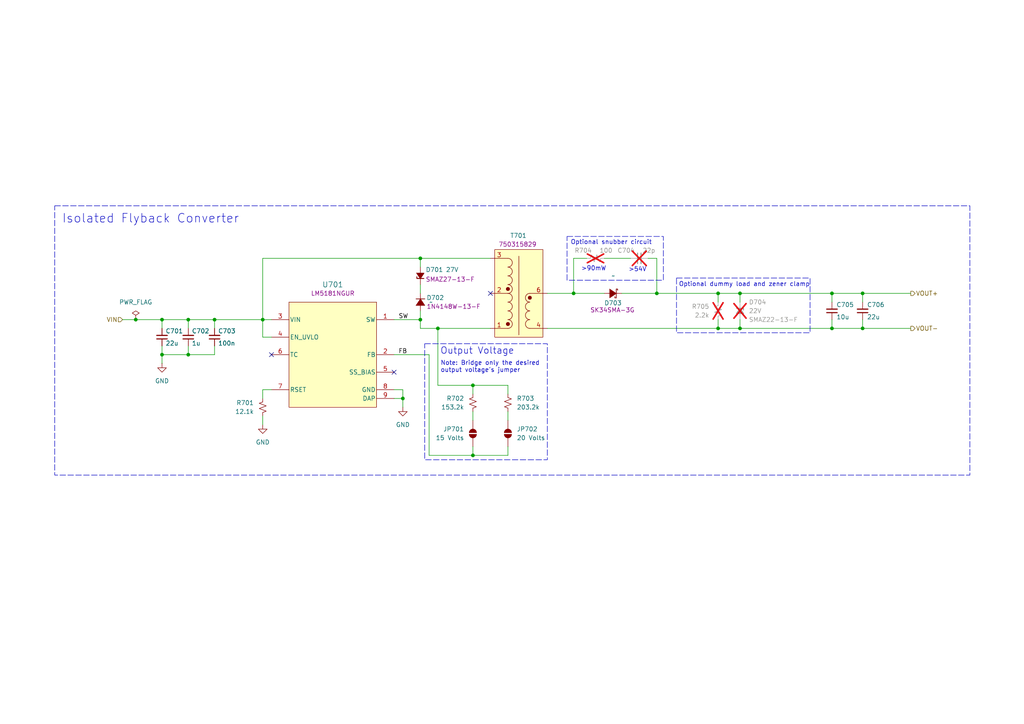
<source format=kicad_sch>
(kicad_sch (version 20231120) (generator "eeschema") (generator_version "8.0")
  (paper "A4")
  (title_block (title "Power Supply") (date "2024-10-27") (rev "0.1.0") (company "University of Wisconsin-Platteville") (comment 1 "Nicholas Loehrke"))
  (lib_symbols
    (symbol "1N4148W-13-F:1N4148W-13-F" (pin_numbers hide) (pin_names hide)
      (property "Reference" "D" (at 2.54 4.826 0))
      (property "MPN" "1N4148W-13-F" (at 2.794 2.794 0))
      (symbol "1N4148W-13-F_0_1"
        (polyline (pts (xy 1.27 0) (xy 3.81 0)))
        (polyline (pts (xy 3.4817 -1.2956) (xy 3.4817 1.2444)) (stroke (width 0.2032)))
        (polyline (pts (xy 1.5767 1.2444) (xy 1.5767 -1.2956) (xy 3.4817 -0.0256) (xy 1.5767 1.2444)) (fill (type outline)))
      )
      (symbol "1N4148W-13-F_1_1"
        (pin passive line (at 5.08 0 180) (length 1.27) (name "") (number "1"))
        (pin passive line (at 0 0 0) (length 1.27) (name "") (number "2"))
      )
    )
    (symbol "750315829:750315829"
      (property "Reference" "T" (at 7.112 5.842 0))
      (property "MPN" "750315829" (at 7.112 3.81 0))
      (symbol "750315829_0_1"
        (polyline (pts (xy 6.985 1.905) (xy 6.985 -20.955)))
        (rectangle (start 0 2.54) (end 13.97 -22.86) (fill (type background)))
        (arc (start 3.81 -20.32) (mid 5.08 -19.05) (end 3.81 -17.78))
        (arc (start 3.81 -17.78) (mid 5.08 -16.51) (end 3.81 -15.24))
        (arc (start 3.81 -15.24) (mid 5.08 -13.97) (end 3.81 -12.7))
        (arc (start 3.81 -12.7) (mid 5.08 -11.43) (end 3.81 -10.16))
        (arc (start 3.81 -10.16) (mid 5.08 -8.89) (end 3.81 -7.62))
        (arc (start 3.81 -7.62) (mid 5.08 -6.35) (end 3.81 -5.08))
        (arc (start 3.81 -5.08) (mid 5.08 -3.81) (end 3.81 -2.54))
        (arc (start 3.81 -2.54) (mid 5.08 -1.27) (end 3.81 0))
        (arc (start 10.16 -7.62) (mid 8.89 -8.89) (end 10.16 -10.16))
        (arc (start 10.16 -5.08) (mid 8.89 -6.35) (end 10.16 -7.62))
        (arc (start 10.16 -2.54) (mid 8.89 -3.81) (end 10.16 -5.08))
        (arc (start 10.16 0) (mid 8.89 -1.27) (end 10.16 -2.54))
      )
      (symbol "750315829_1_1"
        (circle (center 3.81 -11.43) (radius 0.4893) (fill (type outline)))
        (circle (center 3.81 -1.27) (radius 0.4893) (fill (type outline)))
        (circle (center 10.16 -8.89) (radius 0.4893) (fill (type outline)))
        (pin passive line (at -1.27 0 0) (length 5.08) (name "") (number "1"))
        (pin passive line (at -1.27 -10.16 0) (length 5.08) (name "") (number "2"))
        (pin passive line (at -1.27 -20.32 0) (length 5.08) (name "") (number "3"))
        (pin passive line (at 15.24 0 180) (length 5.08) (name "") (number "4"))
        (pin no_connect line (at 12.7 -20.32 180) (length 2.54) hide (name "") (number "5"))
        (pin passive line (at 15.24 -10.16 180) (length 5.08) (name "") (number "6"))
      )
    )
    (symbol "Device:C_Small" (pin_numbers hide) (pin_names (offset 0.254) hide)
      (property "Reference" "C" (at 0.254 1.778 0))
      (property "Value" "C_Small" (at 0.254 -2.032 0))
      (symbol "C_Small_0_1"
        (polyline (pts (xy -1.524 -0.508) (xy 1.524 -0.508)) (stroke (width 0.3302)))
        (polyline (pts (xy -1.524 0.508) (xy 1.524 0.508)) (stroke (width 0.3048)))
      )
      (symbol "C_Small_1_1"
        (pin passive line (at 0 2.54 270) (length 2.032) (name "~") (number "1"))
        (pin passive line (at 0 -2.54 90) (length 2.032) (name "~") (number "2"))
      )
    )
    (symbol "Device:R_Small_US" (pin_numbers hide) (pin_names (offset 0.254) hide)
      (property "Reference" "R" (at 0.762 0.508 0))
      (property "Value" "R_Small_US" (at 0.762 -1.016 0))
      (symbol "R_Small_US_1_1"
        (polyline (pts (xy 0 0) (xy 1.016 -0.381) (xy 0 -0.762) (xy -1.016 -1.143) (xy 0 -1.524)))
        (polyline (pts (xy 0 1.524) (xy 1.016 1.143) (xy 0 0.762) (xy -1.016 0.381) (xy 0 0)))
        (pin passive line (at 0 2.54 270) (length 1.016) (name "~") (number "1"))
        (pin passive line (at 0 -2.54 90) (length 1.016) (name "~") (number "2"))
      )
    )
    (symbol "Jumper:SolderJumper_2_Open" (pin_numbers hide) (pin_names (offset 0) hide) (exclude_from_sim yes) (in_bom no)
      (property "Reference" "JP" (at 0 2.032 0))
      (property "Value" "SolderJumper_2_Open" (at 0 -2.54 0))
      (symbol "SolderJumper_2_Open_0_1"
        (arc (start -0.254 1.016) (mid -1.2656 0) (end -0.254 -1.016))
        (arc (start -0.254 1.016) (mid -1.2656 0) (end -0.254 -1.016) (fill (type outline)))
        (polyline (pts (xy -0.254 1.016) (xy -0.254 -1.016)))
        (polyline (pts (xy 0.254 1.016) (xy 0.254 -1.016)))
        (arc (start 0.254 -1.016) (mid 1.2656 0) (end 0.254 1.016))
        (arc (start 0.254 -1.016) (mid 1.2656 0) (end 0.254 1.016) (fill (type outline)))
      )
      (symbol "SolderJumper_2_Open_1_1"
        (pin passive line (at -3.81 0 0) (length 2.54) (name "A") (number "1"))
        (pin passive line (at 3.81 0 180) (length 2.54) (name "B") (number "2"))
      )
    )
    (symbol "LM5181NGUR:LM5181NGUR" (pin_names (offset 0.254))
      (property "Reference" "U" (at 18.034 8.636 0))
      (property "MPN" "LM5181NGUR" (at 17.78 6.604 0))
      (symbol "LM5181NGUR_0_1"
        (rectangle (start 5.08 5.08) (end 30.48 -25.4) (fill (type background)))
        (pin power_in line (at 0 0 0) (length 5.08) (name "VIN") (number "3"))
        (pin passive line (at 0 -5.08 0) (length 5.08) (name "EN_UVLO") (number "4"))
        (pin passive line (at 35.56 -15.24 180) (length 5.08) (name "SS_BIAS") (number "5"))
        (pin passive line (at 0 -10.16 0) (length 5.08) (name "TC") (number "6"))
        (pin passive line (at 0 -20.32 0) (length 5.08) (name "RSET") (number "7"))
        (pin power_in line (at 35.56 -20.32 180) (length 5.08) (name "GND") (number "8"))
        (pin power_in line (at 35.56 -22.86 180) (length 5.08) (name "DAP") (number "9"))
      )
      (symbol "LM5181NGUR_1_1"
        (pin passive line (at 35.56 0 180) (length 5.08) (name "SW") (number "1"))
        (pin passive line (at 35.56 -10.16 180) (length 5.08) (name "FB") (number "2"))
      )
    )
    (symbol "SK34SMA-3G:SK34SMA-3G" (pin_numbers hide)
      (property "Reference" "D" (at 2.54 4.318 0))
      (property "MPN" "SK34SMA-3G" (at 2.54 2.54 0))
      (symbol "SK34SMA-3G_0_1"
        (polyline (pts (xy 1.27 0) (xy 3.81 0)))
        (polyline (pts (xy 3.4817 -1.2956) (xy 3.4817 1.2444)) (stroke (width 0.2032)))
        (polyline (pts (xy 3.4817 -1.2956) (xy 3.0781 -1.296) (xy 3.0781 -0.9489)) (stroke (width 0.2032)))
        (polyline (pts (xy 3.4817 1.2444) (xy 3.8853 1.2448) (xy 3.8853 0.8977)) (stroke (width 0.2032)))
        (polyline (pts (xy 1.5767 1.2444) (xy 1.5767 -1.2956) (xy 3.4817 -0.0256) (xy 1.5767 1.2444)) (fill (type outline)))
      )
      (symbol "SK34SMA-3G_1_1"
        (pin passive line (at 5.08 0 180) (length 1.27) (name "") (number "1"))
        (pin passive line (at 0 0 0) (length 1.27) (name "") (number "2"))
      )
    )
    (symbol "SMAZ22-13-F:SMAZ22-13-F" (pin_numbers hide) (pin_names hide)
      (property "Reference" "D" (at 0.762 4.572 0))
      (property "Value" "22V" (at 4.826 4.572 0))
      (property "MPN" "SMAZ22-13-F" (at 2.794 2.794 0))
      (symbol "SMAZ22-13-F_0_1"
        (polyline (pts (xy 3.302 0) (xy 1.778 0)))
        (polyline (pts (xy 2.286 1.016) (xy 1.778 1.016) (xy 1.778 -1.016)) (stroke (width 0.254)))
        (polyline (pts (xy 3.302 1.016) (xy 1.778 0) (xy 3.302 -1.016) (xy 3.302 1.016)) (stroke (width 0.254)) (fill (type outline)))
      )
      (symbol "SMAZ22-13-F_1_1"
        (pin passive line (at 0 0 0) (length 1.778) (name "K") (number "1"))
        (pin passive line (at 5.08 0 180) (length 1.778) (name "A") (number "2"))
      )
    )
    (symbol "SMAZ27-13-F:SMAZ27-13-F" (pin_numbers hide) (pin_names hide)
      (property "Reference" "D" (at 0.508 4.826 0))
      (property "Value" "27V" (at 4.826 4.826 0))
      (property "MPN" "SMAZ27-13-F" (at 2.794 2.794 0))
      (symbol "SMAZ27-13-F_0_1"
        (polyline (pts (xy 3.302 0) (xy 1.778 0)))
        (polyline (pts (xy 2.286 1.016) (xy 1.778 1.016) (xy 1.778 -1.016)) (stroke (width 0.254)))
        (polyline (pts (xy 3.302 1.016) (xy 1.778 0) (xy 3.302 -1.016) (xy 3.302 1.016)) (stroke (width 0.254)) (fill (type outline)))
      )
      (symbol "SMAZ27-13-F_1_1"
        (pin passive line (at 0 0 0) (length 1.778) (name "K") (number "1"))
        (pin passive line (at 5.08 0 180) (length 1.778) (name "A") (number "2"))
      )
    )
    (symbol "power:GND" (power) (pin_numbers hide) (pin_names (offset 0) hide)
      (property "Value" "GND" (at 0 -3.81 0))
      (symbol "GND_0_1"
        (polyline (pts (xy 0 0) (xy 0 -1.27) (xy 1.27 -1.27) (xy 0 -2.54) (xy -1.27 -1.27) (xy 0 -1.27)))
      )
      (symbol "GND_1_1"
        (pin power_in line (at 0 0 270) (length 0) (name "~") (number "1"))
      )
    )
    (symbol "power:PWR_FLAG" (power) (pin_numbers hide) (pin_names (offset 0) hide)
      (property "Value" "PWR_FLAG" (at 0 3.81 0))
      (symbol "PWR_FLAG_0_0"
        (pin power_out line (at 0 0 90) (length 0) (name "~") (number "1"))
      )
      (symbol "PWR_FLAG_0_1"
        (polyline (pts (xy 0 0) (xy 0 1.27) (xy -1.016 1.905) (xy 0 2.54) (xy 1.016 1.905) (xy 0 1.27)))
      )
    )
  )
  (junction (at 137.16 132.08))
  (junction (at 54.61 102.87))
  (junction (at 208.28 95.25))
  (junction (at 76.2 92.71))
  (junction (at 250.19 95.25))
  (junction (at 46.99 102.87))
  (junction (at 214.63 95.25))
  (junction (at 214.63 85.09))
  (junction (at 116.84 115.57))
  (junction (at 241.3 95.25))
  (junction (at 62.23 92.71))
  (junction (at 121.92 92.71))
  (junction (at 208.28 85.09))
  (junction (at 121.92 74.93))
  (junction (at 190.5 85.09))
  (junction (at 137.16 111.76))
  (junction (at 46.99 92.71))
  (junction (at 127 95.25))
  (junction (at 241.3 85.09))
  (junction (at 39.37 92.71))
  (junction (at 166.37 85.09))
  (junction (at 54.61 92.71))
  (junction (at 250.19 85.09))
  (no_connect (at 142.24 85.09))
  (no_connect (at 114.3 107.95))
  (no_connect (at 78.74 102.87))
  (wire (pts (xy 78.74 97.79) (xy 76.2 97.79)))
  (wire (pts (xy 147.32 111.76) (xy 147.32 114.3)))
  (wire (pts (xy 76.2 92.71) (xy 78.74 92.71)))
  (wire (pts (xy 250.19 95.25) (xy 250.19 92.71)))
  (wire (pts (xy 137.16 129.54) (xy 137.16 132.08)))
  (wire (pts (xy 62.23 100.33) (xy 62.23 102.87)))
  (wire (pts (xy 121.92 77.47) (xy 121.92 74.93)))
  (wire (pts (xy 35.56 92.71) (xy 39.37 92.71)))
  (wire (pts (xy 121.92 95.25) (xy 121.92 92.71)))
  (wire (pts (xy 214.63 85.09) (xy 241.3 85.09)))
  (wire (pts (xy 137.16 111.76) (xy 137.16 114.3)))
  (wire (pts (xy 46.99 100.33) (xy 46.99 102.87)))
  (wire (pts (xy 114.3 92.71) (xy 121.92 92.71)))
  (wire (pts (xy 190.5 85.09) (xy 190.5 74.93)))
  (wire (pts (xy 114.3 115.57) (xy 116.84 115.57)))
  (wire (pts (xy 208.28 85.09) (xy 208.28 87.63)))
  (wire (pts (xy 46.99 102.87) (xy 54.61 102.87)))
  (wire (pts (xy 62.23 92.71) (xy 76.2 92.71)))
  (wire (pts (xy 46.99 102.87) (xy 46.99 105.41)))
  (wire (pts (xy 166.37 85.09) (xy 166.37 74.93)))
  (wire (pts (xy 158.75 95.25) (xy 208.28 95.25)))
  (wire (pts (xy 250.19 85.09) (xy 264.16 85.09)))
  (wire (pts (xy 76.2 120.65) (xy 76.2 123.19)))
  (wire (pts (xy 175.26 74.93) (xy 182.88 74.93)))
  (wire (pts (xy 250.19 95.25) (xy 264.16 95.25)))
  (wire (pts (xy 124.46 132.08) (xy 137.16 132.08)))
  (wire (pts (xy 147.32 119.38) (xy 147.32 121.92)))
  (wire (pts (xy 76.2 113.03) (xy 76.2 115.57)))
  (wire (pts (xy 166.37 74.93) (xy 170.18 74.93)))
  (wire (pts (xy 121.92 82.55) (xy 121.92 85.09)))
  (wire (pts (xy 116.84 113.03) (xy 116.84 115.57)))
  (wire (pts (xy 166.37 85.09) (xy 175.26 85.09)))
  (wire (pts (xy 121.92 74.93) (xy 142.24 74.93)))
  (wire (pts (xy 39.37 92.71) (xy 46.99 92.71)))
  (wire (pts (xy 214.63 95.25) (xy 241.3 95.25)))
  (wire (pts (xy 190.5 74.93) (xy 187.96 74.93)))
  (wire (pts (xy 180.34 85.09) (xy 190.5 85.09)))
  (wire (pts (xy 121.92 90.17) (xy 121.92 92.71)))
  (wire (pts (xy 241.3 95.25) (xy 250.19 95.25)))
  (wire (pts (xy 137.16 132.08) (xy 147.32 132.08)))
  (wire (pts (xy 137.16 111.76) (xy 127 111.76)))
  (wire (pts (xy 54.61 92.71) (xy 54.61 95.25)))
  (wire (pts (xy 158.75 85.09) (xy 166.37 85.09)))
  (wire (pts (xy 208.28 95.25) (xy 214.63 95.25)))
  (wire (pts (xy 124.46 102.87) (xy 114.3 102.87)))
  (wire (pts (xy 241.3 92.71) (xy 241.3 95.25)))
  (wire (pts (xy 121.92 74.93) (xy 76.2 74.93)))
  (wire (pts (xy 116.84 115.57) (xy 116.84 118.11)))
  (wire (pts (xy 76.2 113.03) (xy 78.74 113.03)))
  (wire (pts (xy 208.28 85.09) (xy 214.63 85.09)))
  (wire (pts (xy 250.19 87.63) (xy 250.19 85.09)))
  (wire (pts (xy 114.3 113.03) (xy 116.84 113.03)))
  (wire (pts (xy 76.2 74.93) (xy 76.2 92.71)))
  (wire (pts (xy 147.32 129.54) (xy 147.32 132.08)))
  (wire (pts (xy 127 95.25) (xy 142.24 95.25)))
  (wire (pts (xy 124.46 102.87) (xy 124.46 132.08)))
  (wire (pts (xy 62.23 102.87) (xy 54.61 102.87)))
  (wire (pts (xy 137.16 111.76) (xy 147.32 111.76)))
  (wire (pts (xy 137.16 119.38) (xy 137.16 121.92)))
  (wire (pts (xy 214.63 85.09) (xy 214.63 87.63)))
  (wire (pts (xy 127 111.76) (xy 127 95.25)))
  (wire (pts (xy 241.3 85.09) (xy 250.19 85.09)))
  (wire (pts (xy 46.99 92.71) (xy 54.61 92.71)))
  (wire (pts (xy 62.23 92.71) (xy 62.23 95.25)))
  (wire (pts (xy 54.61 100.33) (xy 54.61 102.87)))
  (wire (pts (xy 190.5 85.09) (xy 208.28 85.09)))
  (wire (pts (xy 214.63 92.71) (xy 214.63 95.25)))
  (wire (pts (xy 121.92 95.25) (xy 127 95.25)))
  (wire (pts (xy 241.3 87.63) (xy 241.3 85.09)))
  (wire (pts (xy 54.61 92.71) (xy 62.23 92.71)))
  (wire (pts (xy 208.28 92.71) (xy 208.28 95.25)))
  (wire (pts (xy 76.2 97.79) (xy 76.2 92.71)))
  (wire (pts (xy 46.99 92.71) (xy 46.99 95.25)))
  (rectangle (start 123.19 99.695) (end 158.75 133.35) (stroke (width 0) (type dash)))
  (rectangle (start 164.465 68.58) (end 192.405 81.28) (stroke (width 0) (type dash)))
  (rectangle (start 15.875 59.69) (end 281.305 137.795) (stroke (width 0) (type dash)))
  (rectangle (start 196.215 80.645) (end 234.95 96.52) (stroke (width 0) (type dash)))
  (text ">90mW" (at 172.212 77.978 0) (effects (font (size 1.27 1.27))))
  (text ">54V" (at 184.912 78.232 0) (effects (font (size 1.27 1.27))))
  (text "Optional dummy load and zener clamp" (at 215.9 82.55 0) (effects (font (size 1.27 1.27))))
  (text "Note: Bridge only the desired \noutput voltage's jumper" (at 127.762 106.426 0) (effects (font (size 1.27 1.27)) (justify left)))
  (text "Optional snubber circuit" (at 177.292 70.358 0) (effects (font (size 1.27 1.27))))
  (text "Output Voltage" (at 138.43 101.854 0) (effects (font (size 1.905 1.905))))
  (text "Isolated Flyback Converter" (at 43.688 63.5 0) (effects (font (size 2.54 2.54))))
  (label "FB" (at 118.11 102.87 180))
  (label "SW" (at 115.57 92.71 0))
  (hierarchical_label "VOUT-" (shape output) (at 264.16 95.25 0))
  (hierarchical_label "VIN" (shape input) (at 35.56 92.71 180))
  (hierarchical_label "VOUT+" (shape output) (at 264.16 85.09 0))
  (symbol (lib_id "Device:C_Small") (at 250.19 90.17 180) (unit 1)
    (property "Reference" "C706" (at 251.46 88.392 0) (effects (justify right)))
    (property "Value" "22u" (at 251.46 91.948 0) (effects (justify right)))
    (property "Footprint" "Capacitor_SMD:C_1206_3216Metric" (effects (hide yes)))
    (property "Description" "Unpolarized capacitor, small symbol" (effects (hide yes)))
  )
  (symbol (lib_id "Device:R_Small_US") (at 137.16 116.84 0) (mirror y) (unit 1)
    (property "Reference" "R702" (at 134.62 115.5699 0) (effects (justify left)))
    (property "Value" "153.2k" (at 134.62 118.1099 0) (effects (justify left)))
    (property "Footprint" "Resistor_SMD:R_0603_1608Metric" (effects (hide yes)))
    (property "Description" "Resistor, small US symbol" (effects (hide yes)))
  )
  (symbol (lib_id "Device:C_Small") (at 46.99 97.79 180) (unit 1)
    (property "Reference" "C701" (at 48.006 96.012 0) (effects (justify right)))
    (property "Value" "22u" (at 48.006 99.568 0) (effects (justify right)))
    (property "Footprint" "Capacitor_SMD:C_1206_3216Metric" (effects (hide yes)))
    (property "Description" "Unpolarized capacitor, small symbol" (effects (hide yes)))
  )
  (symbol (lib_id "1N4148W-13-F:1N4148W-13-F") (at 121.92 90.17 90) (unit 1)
    (property "Reference" "D702" (at 123.698 86.36 90) (effects (justify right)))
    (property "Value" "~" (at 124.46 87.63 90) (effects (justify right)))
    (property "Footprint" "1N4148W-13-F:1N4148W-13-F" (effects (hide yes)))
    (property "Datasheet" "https://www.diodes.com/assets/Datasheets/BAV16W_1N4148W.pdf" (effects (hide yes)))
    (property "MPN" "1N4148W-13-F" (at 123.698 88.9 90) (effects (justify right)))
  )
  (symbol (lib_id "Device:C_Small") (at 241.3 90.17 180) (unit 1)
    (property "Reference" "C705" (at 242.57 88.392 0) (effects (justify right)))
    (property "Value" "10u" (at 242.57 91.948 0) (effects (justify right)))
    (property "Footprint" "Capacitor_SMD:C_0805_2012Metric" (effects (hide yes)))
    (property "Description" "Unpolarized capacitor, small symbol" (effects (hide yes)))
  )
  (symbol (lib_id "power:GND") (at 46.99 105.41 0) (unit 1)
    (property "Reference" "#PWR0701" (effects (hide yes)))
    (property "Value" "GND" (at 46.99 110.49 0))
    (property "Description" "Power symbol creates a global label with name \"GND\" , ground" (effects (hide yes)))
  )
  (symbol (lib_id "Device:R_Small_US") (at 147.32 116.84 0) (unit 1)
    (property "Reference" "R703" (at 149.86 115.5699 0) (effects (justify left)))
    (property "Value" "203.2k" (at 149.86 118.1099 0) (effects (justify left)))
    (property "Footprint" "Resistor_SMD:R_0603_1608Metric" (effects (hide yes)))
    (property "Description" "Resistor, small US symbol" (effects (hide yes)))
  )
  (symbol (lib_id "Device:C_Small") (at 54.61 97.79 180) (unit 1)
    (property "Reference" "C702" (at 55.626 96.012 0) (effects (justify right)))
    (property "Value" "1u" (at 55.626 99.568 0) (effects (justify right)))
    (property "Footprint" "Capacitor_SMD:C_0603_1608Metric" (effects (hide yes)))
    (property "Description" "Unpolarized capacitor, small symbol" (effects (hide yes)))
  )
  (symbol (lib_id "Device:R_Small_US") (at 172.72 74.93 90) (unit 1) (dnp yes)
    (property "Reference" "R704" (at 169.164 72.644 90))
    (property "Value" "100" (at 175.768 72.644 90))
    (property "Footprint" "Resistor_SMD:R_0603_1608Metric" (effects (hide yes)))
    (property "Description" "Resistor, small US symbol" (effects (hide yes)))
  )
  (symbol (lib_id "Device:C_Small") (at 62.23 97.79 180) (unit 1)
    (property "Reference" "C703" (at 63.246 96.012 0) (effects (justify right)))
    (property "Value" "100n" (at 63.246 99.568 0) (effects (justify right)))
    (property "Footprint" "Capacitor_SMD:C_0603_1608Metric" (effects (hide yes)))
    (property "Description" "Unpolarized capacitor, small symbol" (effects (hide yes)))
  )
  (symbol (lib_id "power:GND") (at 116.84 118.11 0) (unit 1)
    (property "Reference" "#PWR0703" (effects (hide yes)))
    (property "Value" "GND" (at 116.84 123.19 0))
    (property "Description" "Power symbol creates a global label with name \"GND\" , ground" (effects (hide yes)))
  )
  (symbol (lib_id "Device:R_Small_US") (at 208.28 90.17 0) (mirror x) (unit 1) (dnp yes)
    (property "Reference" "R705" (at 205.74 88.8999 0) (effects (justify right)))
    (property "Value" "2.2k" (at 205.74 91.4399 0) (effects (justify right)))
    (property "Footprint" "Resistor_SMD:R_0603_1608Metric" (effects (hide yes)))
    (property "Description" "Resistor, small US symbol" (effects (hide yes)))
  )
  (symbol (lib_id "power:PWR_FLAG") (at 39.37 92.71 0) (unit 1)
    (property "Reference" "#FLG0701" (effects (hide yes)))
    (property "Value" "PWR_FLAG" (at 39.37 87.63 0))
    (property "Description" "Special symbol for telling ERC where power comes from" (effects (hide yes)))
  )
  (symbol (lib_id "SMAZ22-13-F:SMAZ22-13-F") (at 214.63 87.63 270) (unit 1) (dnp yes)
    (property "Reference" "D704" (at 217.17 87.6299 90) (effects (justify left)))
    (property "Value" "22V" (at 217.17 90.1699 90) (effects (justify left)))
    (property "Footprint" "SMAZ22-13-F:SMAZ22-13-F" (effects (hide yes)))
    (property "Datasheet" "https://www.diodes.com/assets/Datasheets/ds18015.pdf" (effects (hide yes)))
    (property "MPN" "SMAZ22-13-F" (at 217.17 92.71 90) (effects (justify left)))
  )
  (symbol (lib_id "Jumper:SolderJumper_2_Open") (at 137.16 125.73 270) (mirror x) (unit 1) (exclude_from_sim yes) (in_bom no)
    (property "Reference" "JP701" (at 134.62 124.4599 90) (effects (justify right)))
    (property "Value" "15 Volts" (at 134.62 126.9999 90) (effects (justify right)))
    (property "Footprint" "Jumper:SolderJumper-2_P1.3mm_Open_RoundedPad1.0x1.5mm" (effects (hide yes)))
    (property "Description" "Solder Jumper, 2-pole, open" (effects (hide yes)))
  )
  (symbol (lib_id "SK34SMA-3G:SK34SMA-3G") (at 175.26 85.09 0) (unit 1)
    (property "Reference" "D703" (at 177.8 87.884 0))
    (property "Value" "~" (at 177.8884 80.01 0))
    (property "Footprint" "SK34SMA-3G:SK34SMA-3G" (effects (hide yes)))
    (property "Datasheet" "https://diotec.com/request/datasheet/sk34sma-3g.pdf" (effects (hide yes)))
    (property "MPN" "SK34SMA-3G" (at 177.6344 89.916 0))
  )
  (symbol (lib_id "Device:R_Small_US") (at 76.2 118.11 0) (mirror y) (unit 1)
    (property "Reference" "R701" (at 73.66 116.8399 0) (effects (justify left)))
    (property "Value" "12.1k" (at 73.66 119.3799 0) (effects (justify left)))
    (property "Footprint" "Resistor_SMD:R_0603_1608Metric" (effects (hide yes)))
    (property "Description" "Resistor, small US symbol" (effects (hide yes)))
  )
  (symbol (lib_id "LM5181NGUR:LM5181NGUR") (at 78.74 92.71 0) (unit 1)
    (property "Reference" "U701" (at 96.52 82.55 0) (effects (font (size 1.524 1.524))))
    (property "Footprint" "LM5181NGUR:NGU0008C-IPC_A" (effects (hide yes)))
    (property "Datasheet" "https://www.ti.com/lit/ds/symlink/lm5181.pdf" (effects (hide yes)))
    (property "MPN" "LM5181NGUR" (at 96.52 85.09 0))
  )
  (symbol (lib_id "Jumper:SolderJumper_2_Open") (at 147.32 125.73 90) (unit 1) (exclude_from_sim yes) (in_bom no)
    (property "Reference" "JP702" (at 149.86 124.4599 90) (effects (justify right)))
    (property "Value" "20 Volts" (at 149.86 126.9999 90) (effects (justify right)))
    (property "Footprint" "Jumper:SolderJumper-2_P1.3mm_Open_RoundedPad1.0x1.5mm" (effects (hide yes)))
    (property "Description" "Solder Jumper, 2-pole, open" (effects (hide yes)))
  )
  (symbol (lib_id "SMAZ27-13-F:SMAZ27-13-F") (at 121.92 82.55 90) (unit 1)
    (property "Reference" "D701" (at 123.444 78.2319 90) (effects (justify right)))
    (property "Value" "27V" (at 129.286 78.232 90) (effects (justify right)))
    (property "Footprint" "SMAZ27-13-F:SMAZ27-13-F" (effects (hide yes)))
    (property "Datasheet" "https://www.diodes.com/assets/Datasheets/ds18015.pdf" (effects (hide yes)))
    (property "MPN" "SMAZ27-13-F" (at 123.444 81.026 90) (effects (justify right)))
  )
  (symbol (lib_id "Device:C_Small") (at 185.42 74.93 90) (unit 1) (dnp yes)
    (property "Reference" "C704" (at 181.61 72.644 90))
    (property "Value" "22p" (at 188.214 72.644 90))
    (property "Footprint" "Capacitor_SMD:C_0603_1608Metric" (effects (hide yes)))
    (property "Description" "Unpolarized capacitor, small symbol" (effects (hide yes)))
  )
  (symbol (lib_id "750315829:750315829") (at 143.51 95.25 0) (mirror x) (unit 1)
    (property "Reference" "T701" (at 150.368 68.326 0))
    (property "Value" "150u" (effects (hide yes)))
    (property "Footprint" "750315829:750315829" (effects (hide yes)))
    (property "Datasheet" "https://www.we-online.com/components/products/datasheet/750315829.pdf" (effects (hide yes)))
    (property "Description" "XFMR FLYBACK DC/DC CONV 150UH SM" (effects (hide yes)))
    (property "MPN" "750315829" (at 150.114 70.866 0))
  )
  (symbol (lib_id "power:GND") (at 76.2 123.19 0) (unit 1)
    (property "Reference" "#PWR0702" (effects (hide yes)))
    (property "Value" "GND" (at 76.2 128.27 0))
    (property "Description" "Power symbol creates a global label with name \"GND\" , ground" (effects (hide yes)))
  )
)
</source>
